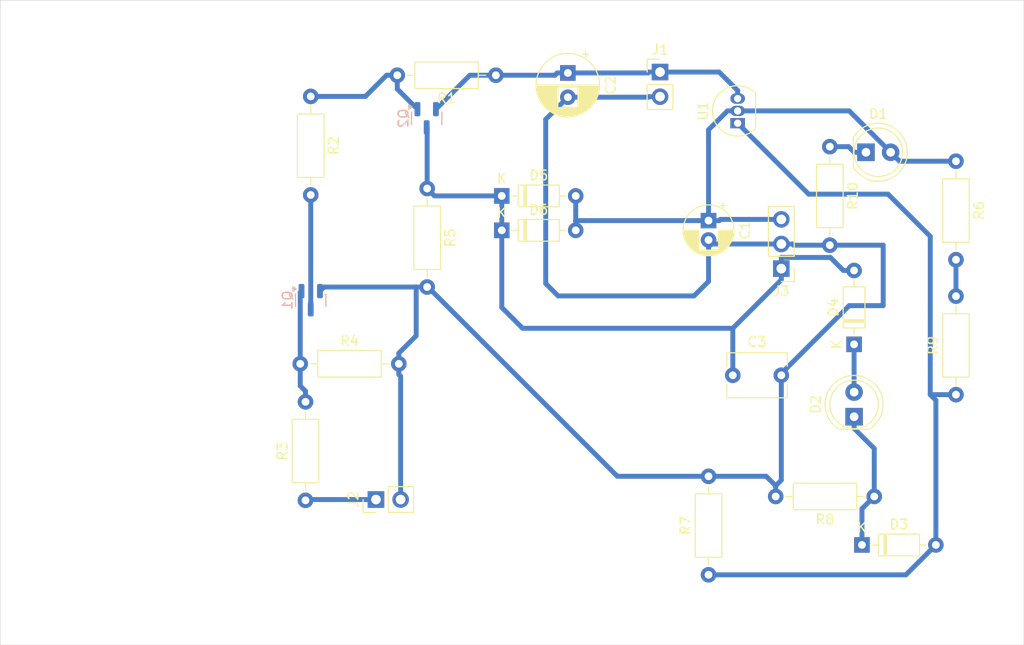
<source format=kicad_pcb>
(kicad_pcb (version 20241229) (generator "pcbnew") (generator_version "9.0")
  (layers (0 "F.Cu" signal) (2 "B.Cu" signal) (5 "F.SilkS" user "F.Silkscreen") (7 "B.SilkS" user "B.Silkscreen") (3 "B.Mask" user) (25 "Edge.Cuts" user))
  (net 0 "")
  (net 1 "Net-(D1-A)")
  (net 2 "GND")
  (net 3 "Net-(J1-Pin_1)")
  (net 4 "Net-(D4-A)")
  (net 5 "Net-(D1-K)")
  (net 6 "Net-(D2-K)")
  (net 7 "Net-(D2-A)")
  (net 8 "Net-(Q1-C)")
  (net 9 "Net-(D3-A)")
  (net 10 "Net-(J2-Pin_1)")
  (net 11 "Net-(Q1-B)")
  (net 12 "Net-(Q2-G)")
  (net 13 "Net-(R6-Pad2)")
  (footprint "Resistor_THT:R_Axial_DIN0207_L6.3mm_D2.5mm_P10.16mm_Horizontal" (layer "F.Cu") (at 104.58 65.6824 180)
    (property "Reference" "R8" (at 5.08 -2.37 0) (layer "F.SilkS"))
    (property "Value" "3.3K")
    (pad "1" thru_hole circle (at 0 0 180) (size 1.6 1.6) (drill 0.8) (layers "*.Cu" "*.Mask") (net 6 "Net-(D2-K)"))
    (pad "2" thru_hole oval (at 10.16 0 180) (size 1.6 1.6) (drill 0.8) (layers "*.Cu" "*.Mask") (net 2 "GND"))
  )
  (footprint "Capacitor_THT:CP_Radial_D5.0mm_P2.00mm" (layer "F.Cu") (at 87.5 37.2273 -90)
    (property "Reference" "C1" (at 1 -3.75 90) (layer "F.SilkS"))
    (property "Value" "4.7uF 25V")
    (pad "1" thru_hole rect (at 0 0 270) (size 1.6 1.6) (drill 0.8) (layers "*.Cu" "*.Mask") (net 1 "Net-(D1-A)"))
    (pad "2" thru_hole circle (at 2 0 270) (size 1.6 1.6) (drill 0.8) (layers "*.Cu" "*.Mask") (net 2 "GND"))
  )
  (footprint "Resistor_THT:R_Axial_DIN0207_L6.3mm_D2.5mm_P10.16mm_Horizontal" (layer "F.Cu") (at 100 29.6024 -90)
    (property "Reference" "R10" (at 5.08 -2.37 90) (layer "F.SilkS"))
    (property "Value" "820")
    (pad "1" thru_hole circle (at 0 0 270) (size 1.6 1.6) (drill 0.8) (layers "*.Cu" "*.Mask") (net 5 "Net-(D1-K)"))
    (pad "2" thru_hole oval (at 10.16 0 270) (size 1.6 1.6) (drill 0.8) (layers "*.Cu" "*.Mask") (net 2 "GND"))
  )
  (footprint "Resistor_THT:R_Axial_DIN0207_L6.3mm_D2.5mm_P10.16mm_Horizontal" (layer "F.Cu") (at 87.5 73.7624 90)
    (property "Reference" "R7" (at 5.08 -2.37 90) (layer "F.SilkS"))
    (property "Value" "820")
    (pad "1" thru_hole circle (at 0 0 90) (size 1.6 1.6) (drill 0.8) (layers "*.Cu" "*.Mask") (net 9 "Net-(D3-A)"))
    (pad "2" thru_hole oval (at 10.16 0 90) (size 1.6 1.6) (drill 0.8) (layers "*.Cu" "*.Mask") (net 2 "GND"))
  )
  (footprint "Resistor_THT:R_Axial_DIN0207_L6.3mm_D2.5mm_P10.16mm_Horizontal" (layer "F.Cu") (at 45.96 66.08 90)
    (property "Reference" "R3" (at 5.08 -2.37 90) (layer "F.SilkS"))
    (property "Value" "3.3K")
    (pad "1" thru_hole circle (at 0 0 90) (size 1.6 1.6) (drill 0.8) (layers "*.Cu" "*.Mask") (net 10 "Net-(J2-Pin_1)"))
    (pad "2" thru_hole oval (at 10.16 0 90) (size 1.6 1.6) (drill 0.8) (layers "*.Cu" "*.Mask") (net 11 "Net-(Q1-B)"))
  )
  (footprint "Resistor_THT:R_Axial_DIN0207_L6.3mm_D2.5mm_P10.16mm_Horizontal" (layer "F.Cu") (at 45.42 52)
    (property "Reference" "R4" (at 5.08 -2.37 0) (layer "F.SilkS"))
    (property "Value" "2.7K")
    (pad "1" thru_hole circle (at 0 0) (size 1.6 1.6) (drill 0.8) (layers "*.Cu" "*.Mask") (net 11 "Net-(Q1-B)"))
    (pad "2" thru_hole oval (at 10.16 0) (size 1.6 1.6) (drill 0.8) (layers "*.Cu" "*.Mask") (net 2 "GND"))
  )
  (footprint "Resistor_THT:R_Axial_DIN0207_L6.3mm_D2.5mm_P10.16mm_Horizontal" (layer "F.Cu") (at 65.58 22.235 180)
    (property "Reference" "R1" (at 5.08 -2.37 0) (layer "F.SilkS"))
    (property "Value" "2.7K")
    (pad "1" thru_hole circle (at 0 0 180) (size 1.6 1.6) (drill 0.8) (layers "*.Cu" "*.Mask") (net 3 "Net-(J1-Pin_1)"))
    (pad "2" thru_hole oval (at 10.16 0 180) (size 1.6 1.6) (drill 0.8) (layers "*.Cu" "*.Mask") (net 12 "Net-(Q2-G)"))
  )
  (footprint "Connector_PinHeader_2.54mm:PinHeader_1x02_P2.54mm_Vertical" (layer "F.Cu") (at 53.225 66 90)
    (property "Reference" "J2" (at 0 -2.33 90) (layer "F.SilkS"))
    (property "Value" "Prog_EN")
    (pad "1" thru_hole rect (at 0 0 90) (size 1.7 1.7) (drill 1) (layers "*.Cu" "*.Mask") (net 10 "Net-(J2-Pin_1)"))
    (pad "2" thru_hole oval (at 0 2.54 90) (size 1.7 1.7) (drill 1) (layers "*.Cu" "*.Mask") (net 2 "GND"))
  )
  (footprint "LED_THT:LED_D5.0mm" (layer "F.Cu") (at 102.5 57.4574 90)
    (property "Reference" "D2" (at 1.27 -3.96 90) (layer "F.SilkS"))
    (property "Value" "Prog_Ind")
    (pad "1" thru_hole rect (at 0 0 90) (size 1.8 1.8) (drill 0.9) (layers "*.Cu" "*.Mask") (net 6 "Net-(D2-K)"))
    (pad "2" thru_hole circle (at 2.54 0 90) (size 1.8 1.8) (drill 0.9) (layers "*.Cu" "*.Mask") (net 7 "Net-(D2-A)"))
  )
  (footprint "Connector_PinHeader_2.54mm:PinHeader_1x02_P2.54mm_Vertical" (layer "F.Cu") (at 82.5 21.9074)
    (property "Reference" "J1" (at 0 -2.33 0) (layer "F.SilkS"))
    (property "Value" "13Vdc_In")
    (pad "1" thru_hole rect (at 0 0) (size 1.7 1.7) (drill 1) (layers "*.Cu" "*.Mask") (net 3 "Net-(J1-Pin_1)"))
    (pad "2" thru_hole oval (at 0 2.54) (size 1.7 1.7) (drill 1) (layers "*.Cu" "*.Mask") (net 2 "GND"))
  )
  (footprint "Capacitor_THT:CP_Radial_D6.3mm_P2.50mm" (layer "F.Cu") (at 73 22 -90)
    (property "Reference" "C2" (at 1.25 -4.4 90) (layer "F.SilkS"))
    (property "Value" "100uF 16V")
    (pad "1" thru_hole rect (at 0 0 270) (size 1.6 1.6) (drill 0.8) (layers "*.Cu" "*.Mask") (net 3 "Net-(J1-Pin_1)"))
    (pad "2" thru_hole circle (at 2.5 0 270) (size 1.6 1.6) (drill 0.8) (layers "*.Cu" "*.Mask") (net 2 "GND"))
  )
  (footprint "Package_TO_SOT_THT:TO-92_Inline" (layer "F.Cu") (at 90.5 27.1824 90)
    (property "Reference" "U1" (at 1.27 -3.56 90) (layer "F.SilkS"))
    (property "Value" "LM317L_TO92")
    (pad "1" thru_hole rect (at 0 0 90) (size 1.05 1.5) (drill 0.75) (layers "*.Cu" "*.Mask") (net 9 "Net-(D3-A)"))
    (pad "2" thru_hole oval (at 1.27 0 90) (size 1.05 1.5) (drill 0.75) (layers "*.Cu" "*.Mask") (net 1 "Net-(D1-A)"))
    (pad "3" thru_hole oval (at 2.54 0 90) (size 1.05 1.5) (drill 0.75) (layers "*.Cu" "*.Mask") (net 3 "Net-(J1-Pin_1)"))
  )
  (footprint "Resistor_THT:R_Axial_DIN0207_L6.3mm_D2.5mm_P10.16mm_Horizontal" (layer "F.Cu") (at 58.5 33.92 -90)
    (property "Reference" "R5" (at 5.08 -2.37 90) (layer "F.SilkS"))
    (property "Value" "2.7K")
    (pad "1" thru_hole circle (at 0 0 270) (size 1.6 1.6) (drill 0.8) (layers "*.Cu" "*.Mask") (net 4 "Net-(D4-A)"))
    (pad "2" thru_hole oval (at 10.16 0 270) (size 1.6 1.6) (drill 0.8) (layers "*.Cu" "*.Mask") (net 2 "GND"))
  )
  (footprint "LED_THT:LED_D5.0mm" (layer "F.Cu") (at 103.725 30.1824)
    (property "Reference" "D1" (at 1.27 -3.96 0) (layer "F.SilkS"))
    (property "Value" "Power_Ind")
    (pad "1" thru_hole rect (at 0 0) (size 1.8 1.8) (drill 0.9) (layers "*.Cu" "*.Mask") (net 5 "Net-(D1-K)"))
    (pad "2" thru_hole circle (at 2.54 0) (size 1.8 1.8) (drill 0.9) (layers "*.Cu" "*.Mask") (net 1 "Net-(D1-A)"))
  )
  (footprint "Diode_THT:D_DO-35_SOD27_P7.62mm_Horizontal" (layer "F.Cu") (at 103.31 70.6824)
    (property "Reference" "D3" (at 3.81 -2.12 0) (layer "F.SilkS"))
    (property "Value" "1N4148")
    (fp_text user "K" (at 0 -1.8 0) (layer "F.SilkS"))
    (pad "1" thru_hole rect (at 0 0) (size 1.6 1.6) (drill 0.8) (layers "*.Cu" "*.Mask") (net 6 "Net-(D2-K)"))
    (pad "2" thru_hole oval (at 7.62 0) (size 1.6 1.6) (drill 0.8) (layers "*.Cu" "*.Mask") (net 9 "Net-(D3-A)"))
  )
  (footprint "Resistor_THT:R_Axial_DIN0207_L6.3mm_D2.5mm_P10.16mm_Horizontal" (layer "F.Cu") (at 46.5 24.42 -90)
    (property "Reference" "R2" (at 5.08 -2.37 90) (layer "F.SilkS"))
    (property "Value" "3.3K")
    (pad "1" thru_hole circle (at 0 0 270) (size 1.6 1.6) (drill 0.8) (layers "*.Cu" "*.Mask") (net 12 "Net-(Q2-G)"))
    (pad "2" thru_hole oval (at 10.16 0 270) (size 1.6 1.6) (drill 0.8) (layers "*.Cu" "*.Mask") (net 8 "Net-(Q1-C)"))
  )
  (footprint "Connector_PinHeader_2.54mm:PinHeader_1x03_P2.54mm_Vertical" (layer "F.Cu") (at 95 42.1824 180)
    (property "Reference" "J3" (at 0 -2.33 0) (layer "F.SilkS"))
    (property "Value" "Vpp_Vcc_Out")
    (pad "1" thru_hole rect (at 0 0 180) (size 1.7 1.7) (drill 1) (layers "*.Cu" "*.Mask") (net 4 "Net-(D4-A)"))
    (pad "2" thru_hole oval (at 0 2.54 180) (size 1.7 1.7) (drill 1) (layers "*.Cu" "*.Mask") (net 2 "GND"))
    (pad "3" thru_hole oval (at 0 5.08 180) (size 1.7 1.7) (drill 1) (layers "*.Cu" "*.Mask") (net 1 "Net-(D1-A)"))
  )
  (footprint "Resistor_THT:R_Axial_DIN0207_L6.3mm_D2.5mm_P10.16mm_Horizontal" (layer "F.Cu") (at 113 55.1824 90)
    (property "Reference" "R9" (at 5.08 -2.37 90) (layer "F.SilkS"))
    (property "Value" "6.8")
    (pad "1" thru_hole circle (at 0 0 90) (size 1.6 1.6) (drill 0.8) (layers "*.Cu" "*.Mask") (net 9 "Net-(D3-A)"))
    (pad "2" thru_hole oval (at 10.16 0 90) (size 1.6 1.6) (drill 0.8) (layers "*.Cu" "*.Mask") (net 13 "Net-(R6-Pad2)"))
  )
  (footprint "Diode_THT:D_DO-35_SOD27_P7.62mm_Horizontal" (layer "F.Cu") (at 102.5 49.9924 90)
    (property "Reference" "D4" (at 3.81 -2.12 90) (layer "F.SilkS"))
    (property "Value" "1N4148")
    (fp_text user "K" (at 0 -1.8 90) (layer "F.SilkS"))
    (pad "1" thru_hole rect (at 0 0 90) (size 1.6 1.6) (drill 0.8) (layers "*.Cu" "*.Mask") (net 7 "Net-(D2-A)"))
    (pad "2" thru_hole oval (at 7.62 0 90) (size 1.6 1.6) (drill 0.8) (layers "*.Cu" "*.Mask") (net 4 "Net-(D4-A)"))
  )
  (footprint "Diode_THT:D_DO-35_SOD27_P7.62mm_Horizontal" (layer "F.Cu") (at 66.19 34.6824)
    (property "Reference" "D5" (at 3.81 -2.12 0) (layer "F.SilkS"))
    (property "Value" "1N60")
    (fp_text user "K" (at 0 -1.8 0) (layer "F.SilkS"))
    (pad "1" thru_hole rect (at 0 0) (size 1.6 1.6) (drill 0.8) (layers "*.Cu" "*.Mask") (net 4 "Net-(D4-A)"))
    (pad "2" thru_hole oval (at 7.62 0) (size 1.6 1.6) (drill 0.8) (layers "*.Cu" "*.Mask") (net 1 "Net-(D1-A)"))
  )
  (footprint "Capacitor_THT:C_Disc_D6.0mm_W4.4mm_P5.00mm" (layer "F.Cu") (at 90 53.1824)
    (property "Reference" "C3" (at 2.5 -3.45 0) (layer "F.SilkS"))
    (property "Value" "0.22uF 50V")
    (pad "1" thru_hole circle (at 0 0) (size 1.6 1.6) (drill 0.8) (layers "*.Cu" "*.Mask") (net 4 "Net-(D4-A)"))
    (pad "2" thru_hole circle (at 5 0) (size 1.6 1.6) (drill 0.8) (layers "*.Cu" "*.Mask") (net 2 "GND"))
  )
  (footprint "Diode_THT:D_DO-35_SOD27_P7.62mm_Horizontal" (layer "F.Cu") (at 66.19 38.2324)
    (property "Reference" "D6" (at 3.81 -2.12 0) (layer "F.SilkS"))
    (property "Value" "1N60")
    (fp_text user "K" (at 0 -1.8 0) (layer "F.SilkS"))
    (pad "1" thru_hole rect (at 0 0) (size 1.6 1.6) (drill 0.8) (layers "*.Cu" "*.Mask") (net 4 "Net-(D4-A)"))
    (pad "2" thru_hole oval (at 7.62 0) (size 1.6 1.6) (drill 0.8) (layers "*.Cu" "*.Mask") (net 1 "Net-(D1-A)"))
  )
  (footprint "Resistor_THT:R_Axial_DIN0207_L6.3mm_D2.5mm_P10.16mm_Horizontal" (layer "F.Cu") (at 113 31.1024 -90)
    (property "Reference" "R6" (at 5.08 -2.37 90) (layer "F.SilkS"))
    (property "Value" "220")
    (pad "1" thru_hole circle (at 0 0 270) (size 1.6 1.6) (drill 0.8) (layers "*.Cu" "*.Mask") (net 1 "Net-(D1-A)"))
    (pad "2" thru_hole oval (at 10.16 0 270) (size 1.6 1.6) (drill 0.8) (layers "*.Cu" "*.Mask") (net 13 "Net-(R6-Pad2)"))
  )
  (footprint "Package_TO_SOT_SMD:SOT-23" (layer "B.Cu") (at 46.5 45.4375 -90)
    (property "Reference" "Q1" (at 0 2.4 90) (layer "B.SilkS") (effects (justify mirror)))
    (property "Value" "SST3904")
    (pad "1" smd roundrect (at -0.9375 0.95 270) (size 1.475 0.6) (layers "B.Cu" "B.Mask" "B.Paste") (net 11 "Net-(Q1-B)"))
    (pad "2" smd roundrect (at -0.9375 -0.95 270) (size 1.475 0.6) (layers "B.Cu" "B.Mask" "B.Paste") (net 2 "GND"))
    (pad "3" smd roundrect (at 0.9375 0 270) (size 1.475 0.6) (layers "B.Cu" "B.Mask" "B.Paste") (net 8 "Net-(Q1-C)"))
  )
  (footprint "Package_TO_SOT_SMD:SOT-23" (layer "B.Cu") (at 58.45 26.6725 -90)
    (property "Reference" "Q2" (at 0 2.4 90) (layer "B.SilkS") (effects (justify mirror)))
    (property "Value" "TM2301GN")
    (pad "1" smd roundrect (at -0.9375 0.95 270) (size 1.475 0.6) (layers "B.Cu" "B.Mask" "B.Paste") (net 12 "Net-(Q2-G)"))
    (pad "2" smd roundrect (at -0.9375 -0.95 270) (size 1.475 0.6) (layers "B.Cu" "B.Mask" "B.Paste") (net 3 "Net-(J1-Pin_1)"))
    (pad "3" smd roundrect (at 0.9375 0 270) (size 1.475 0.6) (layers "B.Cu" "B.Mask" "B.Paste") (net 4 "Net-(D4-A)"))
  )
  (gr_rect (start 14.5 14.5) (end 120 81) (stroke (width 0.05)) (fill no) (layer "Edge.Cuts"))
  (segment (start 73.81 37.2273) (end 73.81 37.3449) (width 0.508) (layer "B.Cu") (net 1))
  (segment (start 88.7266 37.1024) (end 88.6017 37.2273) (width 0.508) (layer "B.Cu") (net 1))
  (segment (start 73.81 36.234) (end 73.81 37.2273) (width 0.508) (layer "B.Cu") (net 1))
  (segment (start 73.81 37.3449) (end 73.81 38.2324) (width 0.508) (layer "B.Cu") (net 1))
  (segment (start 113 31.1024) (end 107.185 31.1024) (width 0.508) (layer "B.Cu") (net 1))
  (segment (start 73.81 37.2273) (end 86.3983 37.2273) (width 0.508) (layer "B.Cu") (net 1))
  (segment (start 90.4195 25.9124) (end 89.4483 25.9124) (width 0.508) (layer "B.Cu") (net 1))
  (segment (start 107.185 31.1024) (end 106.265 30.1824) (width 0.508) (layer "B.Cu") (net 1))
  (segment (start 90.4195 25.9124) (end 90.5 25.9124) (width 0.508) (layer "B.Cu") (net 1))
  (segment (start 90.5 25.9124) (end 101.995 25.9124) (width 0.508) (layer "B.Cu") (net 1))
  (segment (start 87.5 27.8607) (end 89.4483 25.9124) (width 0.508) (layer "B.Cu") (net 1))
  (segment (start 101.995 25.9124) (end 106.265 30.1824) (width 0.508) (layer "B.Cu") (net 1))
  (segment (start 73.81 34.6824) (end 73.81 36.234) (width 0.508) (layer "B.Cu") (net 1))
  (segment (start 87.5 37.2273) (end 86.3983 37.2273) (width 0.508) (layer "B.Cu") (net 1))
  (segment (start 87.5 37.2273) (end 88.6017 37.2273) (width 0.508) (layer "B.Cu") (net 1))
  (segment (start 87.5 37.2273) (end 87.5 27.8607) (width 0.508) (layer "B.Cu") (net 1))
  (segment (start 95 37.1024) (end 88.7266 37.1024) (width 0.508) (layer "B.Cu") (net 1))
  (segment (start 55.58 51.58) (end 55.5 51.5) (width 0.508) (layer "F.Cu") (net 2))
  (segment (start 55.58 52) (end 55.58 51.58) (width 0.508) (layer "F.Cu") (net 2))
  (segment (start 47.87 44.08) (end 47.45 44.5) (width 0.508) (layer "B.Cu") (net 2))
  (segment (start 55.58 52) (end 55.58 53.1017) (width 0.508) (layer "B.Cu") (net 2))
  (segment (start 95 64.0007) (end 95 53.1824) (width 0.508) (layer "B.Cu") (net 2))
  (segment (start 87.9151 39.6424) (end 87.5 39.2273) (width 0.508) (layer "B.Cu") (net 2))
  (segment (start 72 45) (end 70.719 43.719) (width 0.508) (layer "B.Cu") (net 2))
  (segment (start 64.25 49.75) (end 78.1024 63.6024) (width 0.508) (layer "B.Cu") (net 2))
  (segment (start 87.5 39.2273) (end 87.5 43.5) (width 0.508) (layer "B.Cu") (net 2))
  (segment (start 102 46) (end 95 53) (width 0.508) (layer "B.Cu") (net 2))
  (segment (start 55.765 66) (end 55.765 53.2867) (width 0.508) (layer "B.Cu") (net 2))
  (segment (start 87.5 43.5) (end 86 45) (width 0.508) (layer "B.Cu") (net 2))
  (segment (start 94.42 65.6824) (end 94.42 64.5807) (width 0.508) (layer "B.Cu") (net 2))
  (segment (start 86 45) (end 72 45) (width 0.508) (layer "B.Cu") (net 2))
  (segment (start 95 53) (end 95 53.1824) (width 0.508) (layer "B.Cu") (net 2))
  (segment (start 105.5 39.7624) (end 105.5 46) (width 0.508) (layer "B.Cu") (net 2))
  (segment (start 100 39.7624) (end 105.5 39.7624) (width 0.508) (layer "B.Cu") (net 2))
  (segment (start 100 39.7624) (end 96.2717 39.7624) (width 0.508) (layer "B.Cu") (net 2))
  (segment (start 95 39.6424) (end 96.1517 39.6424) (width 0.508) (layer "B.Cu") (net 2))
  (segment (start 105.5 46) (end 102 46) (width 0.508) (layer "B.Cu") (net 2))
  (segment (start 70.719 43.719) (end 70.719 26.781) (width 0.508) (layer "B.Cu") (net 2))
  (segment (start 57.3689 44.08) (end 47.87 44.08) (width 0.508) (layer "B.Cu") (net 2))
  (segment (start 81.2957 24.5) (end 81.3483 24.4474) (width 0.508) (layer "B.Cu") (net 2))
  (segment (start 55.58 50.8983) (end 57.3689 49.1094) (width 0.508) (layer "B.Cu") (net 2))
  (segment (start 95 39.6424) (end 87.9151 39.6424) (width 0.508) (layer "B.Cu") (net 2))
  (segment (start 55.765 53.2867) (end 55.58 53.1017) (width 0.508) (layer "B.Cu") (net 2))
  (segment (start 58.58 44.08) (end 64.25 49.75) (width 0.508) (layer "B.Cu") (net 2))
  (segment (start 96.2717 39.7624) (end 96.1517 39.6424) (width 0.508) (layer "B.Cu") (net 2))
  (segment (start 58.5 44.08) (end 58.58 44.08) (width 0.508) (layer "B.Cu") (net 2))
  (segment (start 93.4417 63.6024) (end 94.42 64.5807) (width 0.508) (layer "B.Cu") (net 2))
  (segment (start 87.3275 39.3998) (end 87.5 39.2273) (width 0.508) (layer "B.Cu") (net 2))
  (segment (start 70.719 26.781) (end 73 24.5) (width 0.508) (layer "B.Cu") (net 2))
  (segment (start 82.5 24.4474) (end 81.3483 24.4474) (width 0.508) (layer "B.Cu") (net 2))
  (segment (start 73 24.5) (end 81.2957 24.5) (width 0.508) (layer "B.Cu") (net 2))
  (segment (start 58.5 44.08) (end 57.3689 44.08) (width 0.508) (layer "B.Cu") (net 2))
  (segment (start 94.42 64.5807) (end 95 64.0007) (width 0.508) (layer "B.Cu") (net 2))
  (segment (start 55.58 52) (end 55.58 50.8983) (width 0.508) (layer "B.Cu") (net 2))
  (segment (start 87.5 63.6024) (end 93.4417 63.6024) (width 0.508) (layer "B.Cu") (net 2))
  (segment (start 78.1024 63.6024) (end 87.5 63.6024) (width 0.508) (layer "B.Cu") (net 2))
  (segment (start 57.3689 49.1094) (end 57.3689 44.08) (width 0.508) (layer "B.Cu") (net 2))
  (segment (start 72.4492 22) (end 81.2557 22) (width 0.508) (layer "B.Cu") (net 3))
  (segment (start 65.58 22.235) (end 71.6633 22.235) (width 0.508) (layer "B.Cu") (net 3))
  (segment (start 82.5 21.9074) (end 81.3483 21.9074) (width 0.508) (layer "B.Cu") (net 3))
  (segment (start 81.2557 22) (end 81.3483 21.9074) (width 0.508) (layer "B.Cu") (net 3))
  (segment (start 62.9 22.235) (end 65.58 22.235) (width 0.508) (layer "B.Cu") (net 3))
  (segment (start 71.6633 22.235) (end 71.8983 22) (width 0.508) (layer "B.Cu") (net 3))
  (segment (start 90.5 24.6424) (end 90.5 23.8157) (width 0.508) (layer "B.Cu") (net 3))
  (segment (start 59.4 25.735) (end 62.9 22.235) (width 0.508) (layer "B.Cu") (net 3))
  (segment (start 82.5 21.9074) (end 88.5917 21.9074) (width 0.508) (layer "B.Cu") (net 3))
  (segment (start 72.4492 22) (end 71.8983 22) (width 0.508) (layer "B.Cu") (net 3))
  (segment (start 88.5917 21.9074) (end 90.5 23.8157) (width 0.508) (layer "B.Cu") (net 3))
  (segment (start 73 22) (end 72.4492 22) (width 0.508) (layer "B.Cu") (net 3))
  (segment (start 58.5 27.66) (end 58.5 33.92) (width 0.508) (layer "B.Cu") (net 4))
  (segment (start 66.19 34.6824) (end 59.2624 34.6824) (width 0.508) (layer "B.Cu") (net 4))
  (segment (start 58.45 27.61) (end 58.5 27.66) (width 0.508) (layer "B.Cu") (net 4))
  (segment (start 66.19 38.2324) (end 66.19 34.6824) (width 0.508) (layer "B.Cu") (net 4))
  (segment (start 66.19 46.19) (end 68.3341 48.3341) (width 0.508) (layer "B.Cu") (net 4))
  (segment (start 68.3341 48.3341) (end 90 48.3341) (width 0.508) (layer "B.Cu") (net 4))
  (segment (start 66.19 38.2324) (end 66.19 46.19) (width 0.508) (layer "B.Cu") (net 4))
  (segment (start 66.19 38.2324) (end 66.2676 38.2324) (width 0.508) (layer "B.Cu") (net 4))
  (segment (start 90 53.1824) (end 90 48.3341) (width 0.508) (layer "B.Cu") (net 4))
  (segment (start 66.2676 38.2324) (end 66.5 38) (width 0.508) (layer "B.Cu") (net 4))
  (segment (start 100.057 41.0307) (end 101.398 42.3724) (width 0.508) (layer "B.Cu") (net 4))
  (segment (start 59.2624 34.6824) (end 58.5 33.92) (width 0.508) (layer "B.Cu") (net 4))
  (segment (start 95 43.3341) (end 95 41.0307) (width 0.508) (layer "B.Cu") (net 4))
  (segment (start 95 41.0307) (end 100.057 41.0307) (width 0.508) (layer "B.Cu") (net 4))
  (segment (start 102.5 42.3724) (end 101.398 42.3724) (width 0.508) (layer "B.Cu") (net 4))
  (segment (start 90 48.3341) (end 95 43.3341) (width 0.508) (layer "B.Cu") (net 4))
  (segment (start 101.943 29.6024) (end 102.523 30.1824) (width 0.508) (layer "B.Cu") (net 5))
  (segment (start 100 29.6024) (end 101.943 29.6024) (width 0.508) (layer "B.Cu") (net 5))
  (segment (start 103.725 30.1824) (end 102.523 30.1824) (width 0.508) (layer "B.Cu") (net 5))
  (segment (start 104.58 65.6824) (end 103.31 66.9524) (width 0.508) (layer "B.Cu") (net 6))
  (segment (start 104.58 60.7391) (end 104.58 65.6824) (width 0.508) (layer "B.Cu") (net 6))
  (segment (start 102.5 58.6591) (end 104.58 60.7391) (width 0.508) (layer "B.Cu") (net 6))
  (segment (start 102.5 57.4574) (end 102.5 58.6591) (width 0.508) (layer "B.Cu") (net 6))
  (segment (start 103.31 66.9524) (end 103.31 70.6824) (width 0.508) (layer "B.Cu") (net 6))
  (segment (start 102.5 49.9924) (end 102.5 54.9174) (width 0.508) (layer "B.Cu") (net 7))
  (segment (start 46.5 46.375) (end 46.5 34.58) (width 0.508) (layer "B.Cu") (net 8))
  (segment (start 110.352 55.1824) (end 110.93 55.7599) (width 0.508) (layer "B.Cu") (net 9))
  (segment (start 110.352 38.8525) (end 110.352 55.1824) (width 0.508) (layer "B.Cu") (net 9))
  (segment (start 87.5 73.7624) (end 87.9 73.7624) (width 0.508) (layer "B.Cu") (net 9))
  (segment (start 106 34.5) (end 110.352 38.8525) (width 0.508) (layer "B.Cu") (net 9))
  (segment (start 110.93 55.7599) (end 110.93 70.6824) (width 0.508) (layer "B.Cu") (net 9))
  (segment (start 97.8176 34.5) (end 106 34.5) (width 0.508) (layer "B.Cu") (net 9))
  (segment (start 113 55.1824) (end 110.352 55.1824) (width 0.508) (layer "B.Cu") (net 9))
  (segment (start 87.5 73.7624) (end 107.85 73.7624) (width 0.508) (layer "B.Cu") (net 9))
  (segment (start 90.5 27.1824) (end 97.8176 34.5) (width 0.508) (layer "B.Cu") (net 9))
  (segment (start 107.85 73.7624) (end 110.93 70.6824) (width 0.508) (layer "B.Cu") (net 9))
  (segment (start 53.225 66) (end 46.04 66) (width 0.508) (layer "B.Cu") (net 10))
  (segment (start 46.04 66) (end 45.96 66.08) (width 0.508) (layer "B.Cu") (net 10))
  (segment (start 45.96 55.92) (end 45.96 54.8183) (width 0.508) (layer "B.Cu") (net 11))
  (segment (start 45.42 52) (end 45.42 44.63) (width 0.508) (layer "B.Cu") (net 11))
  (segment (start 45.42 44.63) (end 45.55 44.5) (width 0.508) (layer "B.Cu") (net 11))
  (segment (start 45.42 54.2783) (end 45.42 52) (width 0.508) (layer "B.Cu") (net 11))
  (segment (start 45.96 54.8183) (end 45.42 54.2783) (width 0.508) (layer "B.Cu") (net 11))
  (segment (start 52.1333 24.42) (end 54.3183 22.235) (width 0.508) (layer "B.Cu") (net 12))
  (segment (start 46.5 24.42) (end 52.1333 24.42) (width 0.508) (layer "B.Cu") (net 12))
  (segment (start 57.5 25.735) (end 55.42 23.655) (width 0.508) (layer "B.Cu") (net 12))
  (segment (start 55.42 23.655) (end 55.42 22.235) (width 0.508) (layer "B.Cu") (net 12))
  (segment (start 55.42 22.235) (end 54.3183 22.235) (width 0.508) (layer "B.Cu") (net 12))
  (segment (start 113 41.2624) (end 113 45.0224) (width 0.508) (layer "B.Cu") (net 13))
)
</source>
